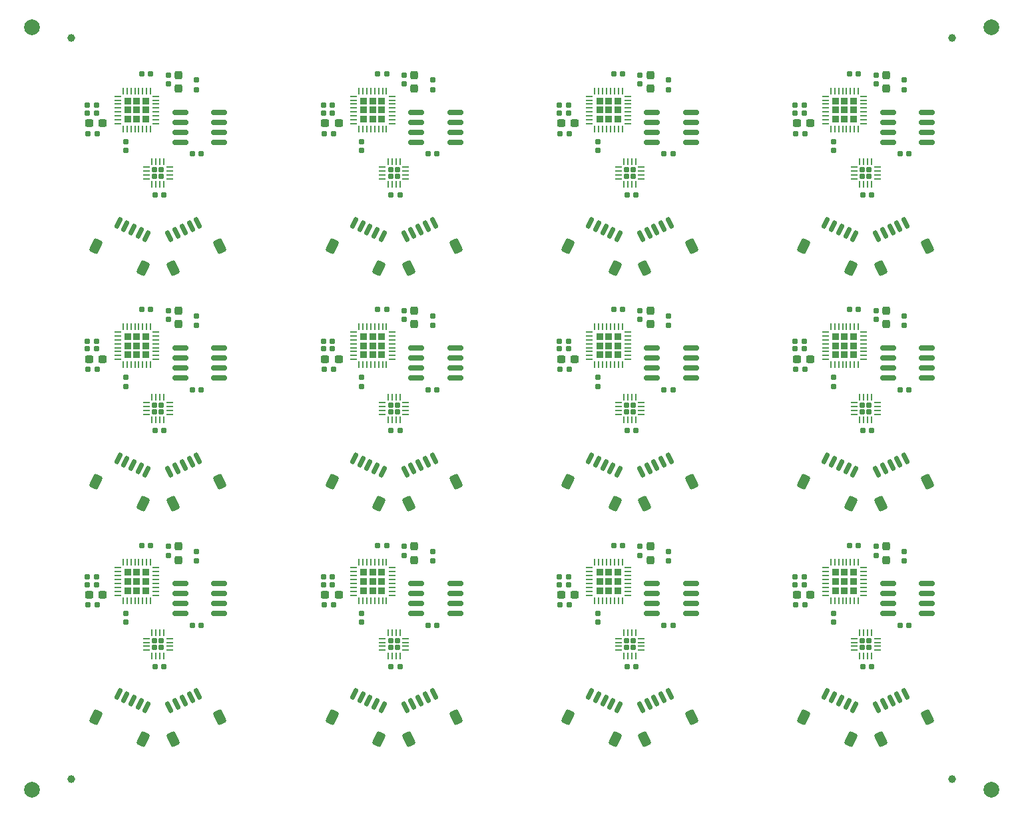
<source format=gtp>
G04 #@! TF.GenerationSoftware,KiCad,Pcbnew,9.0.1-9.0.1-0~ubuntu24.04.1*
G04 #@! TF.CreationDate,2025-04-05T17:55:53+02:00*
G04 #@! TF.ProjectId,panel,70616e65-6c2e-46b6-9963-61645f706362,rev?*
G04 #@! TF.SameCoordinates,Original*
G04 #@! TF.FileFunction,Paste,Top*
G04 #@! TF.FilePolarity,Positive*
%FSLAX46Y46*%
G04 Gerber Fmt 4.6, Leading zero omitted, Abs format (unit mm)*
G04 Created by KiCad (PCBNEW 9.0.1-9.0.1-0~ubuntu24.04.1) date 2025-04-05 17:55:53*
%MOMM*%
%LPD*%
G01*
G04 APERTURE LIST*
G04 Aperture macros list*
%AMRoundRect*
0 Rectangle with rounded corners*
0 $1 Rounding radius*
0 $2 $3 $4 $5 $6 $7 $8 $9 X,Y pos of 4 corners*
0 Add a 4 corners polygon primitive as box body*
4,1,4,$2,$3,$4,$5,$6,$7,$8,$9,$2,$3,0*
0 Add four circle primitives for the rounded corners*
1,1,$1+$1,$2,$3*
1,1,$1+$1,$4,$5*
1,1,$1+$1,$6,$7*
1,1,$1+$1,$8,$9*
0 Add four rect primitives between the rounded corners*
20,1,$1+$1,$2,$3,$4,$5,0*
20,1,$1+$1,$4,$5,$6,$7,0*
20,1,$1+$1,$6,$7,$8,$9,0*
20,1,$1+$1,$8,$9,$2,$3,0*%
G04 Aperture macros list end*
%ADD10C,1.000000*%
%ADD11RoundRect,0.155000X-0.155000X0.212500X-0.155000X-0.212500X0.155000X-0.212500X0.155000X0.212500X0*%
%ADD12C,2.000000*%
%ADD13RoundRect,0.155000X-0.212500X-0.155000X0.212500X-0.155000X0.212500X0.155000X-0.212500X0.155000X0*%
%ADD14RoundRect,0.150000X-0.400083X-0.503050X-0.128190X-0.629835X0.400083X0.503050X0.128190X0.629835X0*%
%ADD15RoundRect,0.250000X-0.591910X-0.441184X0.042506X-0.737016X0.591910X0.441184X-0.042506X0.737016X0*%
%ADD16RoundRect,0.160000X-0.160000X0.197500X-0.160000X-0.197500X0.160000X-0.197500X0.160000X0.197500X0*%
%ADD17RoundRect,0.160000X-0.197500X-0.160000X0.197500X-0.160000X0.197500X0.160000X-0.197500X0.160000X0*%
%ADD18RoundRect,0.150000X-0.825000X-0.150000X0.825000X-0.150000X0.825000X0.150000X-0.825000X0.150000X0*%
%ADD19RoundRect,0.237500X-0.237500X0.300000X-0.237500X-0.300000X0.237500X-0.300000X0.237500X0.300000X0*%
%ADD20RoundRect,0.237500X-0.300000X-0.237500X0.300000X-0.237500X0.300000X0.237500X-0.300000X0.237500X0*%
%ADD21RoundRect,0.172500X0.172500X0.172500X-0.172500X0.172500X-0.172500X-0.172500X0.172500X-0.172500X0*%
%ADD22RoundRect,0.062500X0.350000X0.062500X-0.350000X0.062500X-0.350000X-0.062500X0.350000X-0.062500X0*%
%ADD23RoundRect,0.062500X0.062500X0.350000X-0.062500X0.350000X-0.062500X-0.350000X0.062500X-0.350000X0*%
%ADD24RoundRect,0.232500X-0.232500X0.232500X-0.232500X-0.232500X0.232500X-0.232500X0.232500X0.232500X0*%
%ADD25RoundRect,0.062500X-0.062500X0.375000X-0.062500X-0.375000X0.062500X-0.375000X0.062500X0.375000X0*%
%ADD26RoundRect,0.062500X-0.375000X0.062500X-0.375000X-0.062500X0.375000X-0.062500X0.375000X0.062500X0*%
%ADD27RoundRect,0.150000X0.128190X-0.629835X0.400083X-0.503050X-0.128190X0.629835X-0.400083X0.503050X0*%
%ADD28RoundRect,0.250000X-0.042506X-0.737016X0.591910X-0.441184X0.042506X0.737016X-0.591910X0.441184X0*%
G04 APERTURE END LIST*
D10*
G04 #@! TO.C,KiKit_FID_T_1*
X10000000Y-3850000D03*
G04 #@! TD*
D11*
G04 #@! TO.C,C13*
X106895716Y-47031429D03*
X106895716Y-48166429D03*
G04 #@! TD*
D12*
G04 #@! TO.C,KiKit_TO_4*
X126995716Y-99497858D03*
G04 #@! TD*
D13*
G04 #@! TO.C,C2*
X48928216Y-38398929D03*
X50063216Y-38398929D03*
G04 #@! TD*
D11*
G04 #@! TO.C,C3*
X22295716Y-68531429D03*
X22295716Y-69666429D03*
G04 #@! TD*
D14*
G04 #@! TO.C,J6*
X105928337Y-27341077D03*
X106834645Y-27763695D03*
X107740953Y-28186313D03*
X108647260Y-28608932D03*
X109553568Y-29031550D03*
D15*
X103112491Y-30303616D03*
X109094122Y-33092896D03*
G04 #@! TD*
D16*
G04 #@! TO.C,R3*
X55895716Y-39201429D03*
X55895716Y-40396429D03*
G04 #@! TD*
D17*
G04 #@! TO.C,FB1*
X102098216Y-45998929D03*
X103293216Y-45998929D03*
G04 #@! TD*
D16*
G04 #@! TO.C,R3*
X115895716Y-69201429D03*
X115895716Y-70396429D03*
G04 #@! TD*
D13*
G04 #@! TO.C,C33*
X42028216Y-42398929D03*
X43163216Y-42398929D03*
G04 #@! TD*
D18*
G04 #@! TO.C,U3*
X23820716Y-13293929D03*
X23820716Y-14563929D03*
X23820716Y-15833929D03*
X23820716Y-17103929D03*
X28770716Y-17103929D03*
X28770716Y-15833929D03*
X28770716Y-14563929D03*
X28770716Y-13293929D03*
G04 #@! TD*
D19*
G04 #@! TO.C,C1*
X83595716Y-38536429D03*
X83595716Y-40261429D03*
G04 #@! TD*
D13*
G04 #@! TO.C,C7*
X50628216Y-53798929D03*
X51763216Y-53798929D03*
G04 #@! TD*
D20*
G04 #@! TO.C,C4*
X72233216Y-74698929D03*
X73958216Y-74698929D03*
G04 #@! TD*
D11*
G04 #@! TO.C,C13*
X16895716Y-47031429D03*
X16895716Y-48166429D03*
G04 #@! TD*
D13*
G04 #@! TO.C,C2*
X48928216Y-8398929D03*
X50063216Y-8398929D03*
G04 #@! TD*
G04 #@! TO.C,C2*
X18928216Y-8398929D03*
X20063216Y-8398929D03*
G04 #@! TD*
D11*
G04 #@! TO.C,C13*
X106895716Y-17031429D03*
X106895716Y-18166429D03*
G04 #@! TD*
G04 #@! TO.C,C13*
X46895716Y-17031429D03*
X46895716Y-18166429D03*
G04 #@! TD*
D13*
G04 #@! TO.C,C33*
X102028216Y-72398929D03*
X103163216Y-72398929D03*
G04 #@! TD*
G04 #@! TO.C,C10*
X25328216Y-48598929D03*
X26463216Y-48598929D03*
G04 #@! TD*
D14*
G04 #@! TO.C,J6*
X75928337Y-27341077D03*
X76834645Y-27763695D03*
X77740953Y-28186313D03*
X78647260Y-28608932D03*
X79553568Y-29031550D03*
D15*
X73112491Y-30303616D03*
X79094122Y-33092896D03*
G04 #@! TD*
D17*
G04 #@! TO.C,FB1*
X12098216Y-15998929D03*
X13293216Y-15998929D03*
G04 #@! TD*
D11*
G04 #@! TO.C,C13*
X16895716Y-77031429D03*
X16895716Y-78166429D03*
G04 #@! TD*
D16*
G04 #@! TO.C,R3*
X115895716Y-9201429D03*
X115895716Y-10396429D03*
G04 #@! TD*
D21*
G04 #@! TO.C,U2*
X51420716Y-21423929D03*
X51420716Y-20573929D03*
X50570716Y-21423929D03*
X50570716Y-20573929D03*
D22*
X52458216Y-21748929D03*
X52458216Y-21248929D03*
X52458216Y-20748929D03*
X52458216Y-20248929D03*
D23*
X51745716Y-19536429D03*
X51245716Y-19536429D03*
X50745716Y-19536429D03*
X50245716Y-19536429D03*
D22*
X49533216Y-20248929D03*
X49533216Y-20748929D03*
X49533216Y-21248929D03*
X49533216Y-21748929D03*
D23*
X50245716Y-22461429D03*
X50745716Y-22461429D03*
X51245716Y-22461429D03*
X51745716Y-22461429D03*
G04 #@! TD*
D11*
G04 #@! TO.C,C3*
X112295716Y-38531429D03*
X112295716Y-39666429D03*
G04 #@! TD*
D18*
G04 #@! TO.C,U3*
X113820716Y-73293929D03*
X113820716Y-74563929D03*
X113820716Y-75833929D03*
X113820716Y-77103929D03*
X118770716Y-77103929D03*
X118770716Y-75833929D03*
X118770716Y-74563929D03*
X118770716Y-73293929D03*
G04 #@! TD*
D13*
G04 #@! TO.C,C7*
X110628216Y-53798929D03*
X111763216Y-53798929D03*
G04 #@! TD*
D20*
G04 #@! TO.C,C4*
X102233216Y-44698929D03*
X103958216Y-44698929D03*
G04 #@! TD*
D18*
G04 #@! TO.C,U3*
X83820716Y-13293929D03*
X83820716Y-14563929D03*
X83820716Y-15833929D03*
X83820716Y-17103929D03*
X88770716Y-17103929D03*
X88770716Y-15833929D03*
X88770716Y-14563929D03*
X88770716Y-13293929D03*
G04 #@! TD*
D13*
G04 #@! TO.C,C5*
X102028216Y-73398929D03*
X103163216Y-73398929D03*
G04 #@! TD*
D24*
G04 #@! TO.C,U4*
X109445716Y-71848929D03*
X108295716Y-71848929D03*
X107145716Y-71848929D03*
X109445716Y-72998929D03*
X108295716Y-72998929D03*
X107145716Y-72998929D03*
X109445716Y-74148929D03*
X108295716Y-74148929D03*
X107145716Y-74148929D03*
D25*
X110045716Y-70561429D03*
X109545716Y-70561429D03*
X109045716Y-70561429D03*
X108545716Y-70561429D03*
X108045716Y-70561429D03*
X107545716Y-70561429D03*
X107045716Y-70561429D03*
X106545716Y-70561429D03*
D26*
X105858216Y-71248929D03*
X105858216Y-71748929D03*
X105858216Y-72248929D03*
X105858216Y-72748929D03*
X105858216Y-73248929D03*
X105858216Y-73748929D03*
X105858216Y-74248929D03*
X105858216Y-74748929D03*
D25*
X106545716Y-75436429D03*
X107045716Y-75436429D03*
X107545716Y-75436429D03*
X108045716Y-75436429D03*
X108545716Y-75436429D03*
X109045716Y-75436429D03*
X109545716Y-75436429D03*
X110045716Y-75436429D03*
D26*
X110733216Y-74748929D03*
X110733216Y-74248929D03*
X110733216Y-73748929D03*
X110733216Y-73248929D03*
X110733216Y-72748929D03*
X110733216Y-72248929D03*
X110733216Y-71748929D03*
X110733216Y-71248929D03*
G04 #@! TD*
D13*
G04 #@! TO.C,C33*
X12028216Y-72398929D03*
X13163216Y-72398929D03*
G04 #@! TD*
D14*
G04 #@! TO.C,J6*
X105928337Y-57341077D03*
X106834645Y-57763695D03*
X107740953Y-58186313D03*
X108647260Y-58608932D03*
X109553568Y-59031550D03*
D15*
X103112491Y-60303616D03*
X109094122Y-63092896D03*
G04 #@! TD*
D14*
G04 #@! TO.C,J6*
X15928337Y-57341077D03*
X16834645Y-57763695D03*
X17740953Y-58186313D03*
X18647260Y-58608932D03*
X19553568Y-59031550D03*
D15*
X13112491Y-60303616D03*
X19094122Y-63092896D03*
G04 #@! TD*
D13*
G04 #@! TO.C,C2*
X18928216Y-68398929D03*
X20063216Y-68398929D03*
G04 #@! TD*
D24*
G04 #@! TO.C,U4*
X19445716Y-11848929D03*
X18295716Y-11848929D03*
X17145716Y-11848929D03*
X19445716Y-12998929D03*
X18295716Y-12998929D03*
X17145716Y-12998929D03*
X19445716Y-14148929D03*
X18295716Y-14148929D03*
X17145716Y-14148929D03*
D25*
X20045716Y-10561429D03*
X19545716Y-10561429D03*
X19045716Y-10561429D03*
X18545716Y-10561429D03*
X18045716Y-10561429D03*
X17545716Y-10561429D03*
X17045716Y-10561429D03*
X16545716Y-10561429D03*
D26*
X15858216Y-11248929D03*
X15858216Y-11748929D03*
X15858216Y-12248929D03*
X15858216Y-12748929D03*
X15858216Y-13248929D03*
X15858216Y-13748929D03*
X15858216Y-14248929D03*
X15858216Y-14748929D03*
D25*
X16545716Y-15436429D03*
X17045716Y-15436429D03*
X17545716Y-15436429D03*
X18045716Y-15436429D03*
X18545716Y-15436429D03*
X19045716Y-15436429D03*
X19545716Y-15436429D03*
X20045716Y-15436429D03*
D26*
X20733216Y-14748929D03*
X20733216Y-14248929D03*
X20733216Y-13748929D03*
X20733216Y-13248929D03*
X20733216Y-12748929D03*
X20733216Y-12248929D03*
X20733216Y-11748929D03*
X20733216Y-11248929D03*
G04 #@! TD*
D18*
G04 #@! TO.C,U3*
X53820716Y-13293929D03*
X53820716Y-14563929D03*
X53820716Y-15833929D03*
X53820716Y-17103929D03*
X58770716Y-17103929D03*
X58770716Y-15833929D03*
X58770716Y-14563929D03*
X58770716Y-13293929D03*
G04 #@! TD*
D13*
G04 #@! TO.C,C7*
X20628216Y-83798929D03*
X21763216Y-83798929D03*
G04 #@! TD*
D11*
G04 #@! TO.C,C13*
X16895716Y-17031429D03*
X16895716Y-18166429D03*
G04 #@! TD*
D13*
G04 #@! TO.C,C2*
X108928216Y-8398929D03*
X110063216Y-8398929D03*
G04 #@! TD*
D19*
G04 #@! TO.C,C1*
X83595716Y-8536429D03*
X83595716Y-10261429D03*
G04 #@! TD*
D12*
G04 #@! TO.C,KiKit_TO_1*
X5000000Y-2500000D03*
G04 #@! TD*
D19*
G04 #@! TO.C,C1*
X23595716Y-68536429D03*
X23595716Y-70261429D03*
G04 #@! TD*
D13*
G04 #@! TO.C,C33*
X42028216Y-72398929D03*
X43163216Y-72398929D03*
G04 #@! TD*
D24*
G04 #@! TO.C,U4*
X19445716Y-41848929D03*
X18295716Y-41848929D03*
X17145716Y-41848929D03*
X19445716Y-42998929D03*
X18295716Y-42998929D03*
X17145716Y-42998929D03*
X19445716Y-44148929D03*
X18295716Y-44148929D03*
X17145716Y-44148929D03*
D25*
X20045716Y-40561429D03*
X19545716Y-40561429D03*
X19045716Y-40561429D03*
X18545716Y-40561429D03*
X18045716Y-40561429D03*
X17545716Y-40561429D03*
X17045716Y-40561429D03*
X16545716Y-40561429D03*
D26*
X15858216Y-41248929D03*
X15858216Y-41748929D03*
X15858216Y-42248929D03*
X15858216Y-42748929D03*
X15858216Y-43248929D03*
X15858216Y-43748929D03*
X15858216Y-44248929D03*
X15858216Y-44748929D03*
D25*
X16545716Y-45436429D03*
X17045716Y-45436429D03*
X17545716Y-45436429D03*
X18045716Y-45436429D03*
X18545716Y-45436429D03*
X19045716Y-45436429D03*
X19545716Y-45436429D03*
X20045716Y-45436429D03*
D26*
X20733216Y-44748929D03*
X20733216Y-44248929D03*
X20733216Y-43748929D03*
X20733216Y-43248929D03*
X20733216Y-42748929D03*
X20733216Y-42248929D03*
X20733216Y-41748929D03*
X20733216Y-41248929D03*
G04 #@! TD*
D24*
G04 #@! TO.C,U4*
X49445716Y-41848929D03*
X48295716Y-41848929D03*
X47145716Y-41848929D03*
X49445716Y-42998929D03*
X48295716Y-42998929D03*
X47145716Y-42998929D03*
X49445716Y-44148929D03*
X48295716Y-44148929D03*
X47145716Y-44148929D03*
D25*
X50045716Y-40561429D03*
X49545716Y-40561429D03*
X49045716Y-40561429D03*
X48545716Y-40561429D03*
X48045716Y-40561429D03*
X47545716Y-40561429D03*
X47045716Y-40561429D03*
X46545716Y-40561429D03*
D26*
X45858216Y-41248929D03*
X45858216Y-41748929D03*
X45858216Y-42248929D03*
X45858216Y-42748929D03*
X45858216Y-43248929D03*
X45858216Y-43748929D03*
X45858216Y-44248929D03*
X45858216Y-44748929D03*
D25*
X46545716Y-45436429D03*
X47045716Y-45436429D03*
X47545716Y-45436429D03*
X48045716Y-45436429D03*
X48545716Y-45436429D03*
X49045716Y-45436429D03*
X49545716Y-45436429D03*
X50045716Y-45436429D03*
D26*
X50733216Y-44748929D03*
X50733216Y-44248929D03*
X50733216Y-43748929D03*
X50733216Y-43248929D03*
X50733216Y-42748929D03*
X50733216Y-42248929D03*
X50733216Y-41748929D03*
X50733216Y-41248929D03*
G04 #@! TD*
D12*
G04 #@! TO.C,KiKit_TO_2*
X126995716Y-2500000D03*
G04 #@! TD*
D20*
G04 #@! TO.C,C4*
X12233216Y-14698929D03*
X13958216Y-14698929D03*
G04 #@! TD*
D27*
G04 #@! TO.C,J1*
X82437864Y-59031550D03*
X83344172Y-58608932D03*
X84250479Y-58186313D03*
X85156787Y-57763695D03*
X86063095Y-57341077D03*
D28*
X82897310Y-63092896D03*
X88878941Y-60303616D03*
G04 #@! TD*
D27*
G04 #@! TO.C,J1*
X82437864Y-89031550D03*
X83344172Y-88608932D03*
X84250479Y-88186313D03*
X85156787Y-87763695D03*
X86063095Y-87341077D03*
D28*
X82897310Y-93092896D03*
X88878941Y-90303616D03*
G04 #@! TD*
D13*
G04 #@! TO.C,C2*
X108928216Y-68398929D03*
X110063216Y-68398929D03*
G04 #@! TD*
D21*
G04 #@! TO.C,U2*
X81420716Y-51423929D03*
X81420716Y-50573929D03*
X80570716Y-51423929D03*
X80570716Y-50573929D03*
D22*
X82458216Y-51748929D03*
X82458216Y-51248929D03*
X82458216Y-50748929D03*
X82458216Y-50248929D03*
D23*
X81745716Y-49536429D03*
X81245716Y-49536429D03*
X80745716Y-49536429D03*
X80245716Y-49536429D03*
D22*
X79533216Y-50248929D03*
X79533216Y-50748929D03*
X79533216Y-51248929D03*
X79533216Y-51748929D03*
D23*
X80245716Y-52461429D03*
X80745716Y-52461429D03*
X81245716Y-52461429D03*
X81745716Y-52461429D03*
G04 #@! TD*
D18*
G04 #@! TO.C,U3*
X113820716Y-13293929D03*
X113820716Y-14563929D03*
X113820716Y-15833929D03*
X113820716Y-17103929D03*
X118770716Y-17103929D03*
X118770716Y-15833929D03*
X118770716Y-14563929D03*
X118770716Y-13293929D03*
G04 #@! TD*
G04 #@! TO.C,U3*
X53820716Y-73293929D03*
X53820716Y-74563929D03*
X53820716Y-75833929D03*
X53820716Y-77103929D03*
X58770716Y-77103929D03*
X58770716Y-75833929D03*
X58770716Y-74563929D03*
X58770716Y-73293929D03*
G04 #@! TD*
D14*
G04 #@! TO.C,J6*
X15928337Y-27341077D03*
X16834645Y-27763695D03*
X17740953Y-28186313D03*
X18647260Y-28608932D03*
X19553568Y-29031550D03*
D15*
X13112491Y-30303616D03*
X19094122Y-33092896D03*
G04 #@! TD*
D13*
G04 #@! TO.C,C7*
X110628216Y-23798929D03*
X111763216Y-23798929D03*
G04 #@! TD*
D16*
G04 #@! TO.C,R3*
X115895716Y-39201429D03*
X115895716Y-40396429D03*
G04 #@! TD*
D11*
G04 #@! TO.C,C3*
X82295716Y-38531429D03*
X82295716Y-39666429D03*
G04 #@! TD*
D13*
G04 #@! TO.C,C7*
X20628216Y-53798929D03*
X21763216Y-53798929D03*
G04 #@! TD*
D11*
G04 #@! TO.C,C3*
X52295716Y-68531429D03*
X52295716Y-69666429D03*
G04 #@! TD*
D20*
G04 #@! TO.C,C4*
X12233216Y-74698929D03*
X13958216Y-74698929D03*
G04 #@! TD*
G04 #@! TO.C,C4*
X42233216Y-44698929D03*
X43958216Y-44698929D03*
G04 #@! TD*
D16*
G04 #@! TO.C,R3*
X55895716Y-9201429D03*
X55895716Y-10396429D03*
G04 #@! TD*
D13*
G04 #@! TO.C,C5*
X42028216Y-43398929D03*
X43163216Y-43398929D03*
G04 #@! TD*
D14*
G04 #@! TO.C,J6*
X45928337Y-87341077D03*
X46834645Y-87763695D03*
X47740953Y-88186313D03*
X48647260Y-88608932D03*
X49553568Y-89031550D03*
D15*
X43112491Y-90303616D03*
X49094122Y-93092896D03*
G04 #@! TD*
D21*
G04 #@! TO.C,U2*
X21420716Y-51423929D03*
X21420716Y-50573929D03*
X20570716Y-51423929D03*
X20570716Y-50573929D03*
D22*
X22458216Y-51748929D03*
X22458216Y-51248929D03*
X22458216Y-50748929D03*
X22458216Y-50248929D03*
D23*
X21745716Y-49536429D03*
X21245716Y-49536429D03*
X20745716Y-49536429D03*
X20245716Y-49536429D03*
D22*
X19533216Y-50248929D03*
X19533216Y-50748929D03*
X19533216Y-51248929D03*
X19533216Y-51748929D03*
D23*
X20245716Y-52461429D03*
X20745716Y-52461429D03*
X21245716Y-52461429D03*
X21745716Y-52461429D03*
G04 #@! TD*
D27*
G04 #@! TO.C,J1*
X52437864Y-59031550D03*
X53344172Y-58608932D03*
X54250479Y-58186313D03*
X55156787Y-57763695D03*
X56063095Y-57341077D03*
D28*
X52897310Y-63092896D03*
X58878941Y-60303616D03*
G04 #@! TD*
D13*
G04 #@! TO.C,C5*
X102028216Y-43398929D03*
X103163216Y-43398929D03*
G04 #@! TD*
G04 #@! TO.C,C7*
X80628216Y-53798929D03*
X81763216Y-53798929D03*
G04 #@! TD*
D11*
G04 #@! TO.C,C13*
X76895716Y-47031429D03*
X76895716Y-48166429D03*
G04 #@! TD*
G04 #@! TO.C,C13*
X106895716Y-77031429D03*
X106895716Y-78166429D03*
G04 #@! TD*
D13*
G04 #@! TO.C,C33*
X12028216Y-42398929D03*
X13163216Y-42398929D03*
G04 #@! TD*
D18*
G04 #@! TO.C,U3*
X113820716Y-43293929D03*
X113820716Y-44563929D03*
X113820716Y-45833929D03*
X113820716Y-47103929D03*
X118770716Y-47103929D03*
X118770716Y-45833929D03*
X118770716Y-44563929D03*
X118770716Y-43293929D03*
G04 #@! TD*
D27*
G04 #@! TO.C,J1*
X52437864Y-89031550D03*
X53344172Y-88608932D03*
X54250479Y-88186313D03*
X55156787Y-87763695D03*
X56063095Y-87341077D03*
D28*
X52897310Y-93092896D03*
X58878941Y-90303616D03*
G04 #@! TD*
D13*
G04 #@! TO.C,C7*
X50628216Y-83798929D03*
X51763216Y-83798929D03*
G04 #@! TD*
D27*
G04 #@! TO.C,J1*
X22437864Y-29031550D03*
X23344172Y-28608932D03*
X24250479Y-28186313D03*
X25156787Y-27763695D03*
X26063095Y-27341077D03*
D28*
X22897310Y-33092896D03*
X28878941Y-30303616D03*
G04 #@! TD*
D14*
G04 #@! TO.C,J6*
X45928337Y-57341077D03*
X46834645Y-57763695D03*
X47740953Y-58186313D03*
X48647260Y-58608932D03*
X49553568Y-59031550D03*
D15*
X43112491Y-60303616D03*
X49094122Y-63092896D03*
G04 #@! TD*
D11*
G04 #@! TO.C,C3*
X52295716Y-38531429D03*
X52295716Y-39666429D03*
G04 #@! TD*
D24*
G04 #@! TO.C,U4*
X109445716Y-11848929D03*
X108295716Y-11848929D03*
X107145716Y-11848929D03*
X109445716Y-12998929D03*
X108295716Y-12998929D03*
X107145716Y-12998929D03*
X109445716Y-14148929D03*
X108295716Y-14148929D03*
X107145716Y-14148929D03*
D25*
X110045716Y-10561429D03*
X109545716Y-10561429D03*
X109045716Y-10561429D03*
X108545716Y-10561429D03*
X108045716Y-10561429D03*
X107545716Y-10561429D03*
X107045716Y-10561429D03*
X106545716Y-10561429D03*
D26*
X105858216Y-11248929D03*
X105858216Y-11748929D03*
X105858216Y-12248929D03*
X105858216Y-12748929D03*
X105858216Y-13248929D03*
X105858216Y-13748929D03*
X105858216Y-14248929D03*
X105858216Y-14748929D03*
D25*
X106545716Y-15436429D03*
X107045716Y-15436429D03*
X107545716Y-15436429D03*
X108045716Y-15436429D03*
X108545716Y-15436429D03*
X109045716Y-15436429D03*
X109545716Y-15436429D03*
X110045716Y-15436429D03*
D26*
X110733216Y-14748929D03*
X110733216Y-14248929D03*
X110733216Y-13748929D03*
X110733216Y-13248929D03*
X110733216Y-12748929D03*
X110733216Y-12248929D03*
X110733216Y-11748929D03*
X110733216Y-11248929D03*
G04 #@! TD*
D19*
G04 #@! TO.C,C1*
X83595716Y-68536429D03*
X83595716Y-70261429D03*
G04 #@! TD*
D13*
G04 #@! TO.C,C10*
X55328216Y-78598929D03*
X56463216Y-78598929D03*
G04 #@! TD*
G04 #@! TO.C,C5*
X102028216Y-13398929D03*
X103163216Y-13398929D03*
G04 #@! TD*
D17*
G04 #@! TO.C,FB1*
X42098216Y-15998929D03*
X43293216Y-15998929D03*
G04 #@! TD*
D13*
G04 #@! TO.C,C7*
X20628216Y-23798929D03*
X21763216Y-23798929D03*
G04 #@! TD*
D11*
G04 #@! TO.C,C3*
X52295716Y-8531429D03*
X52295716Y-9666429D03*
G04 #@! TD*
D16*
G04 #@! TO.C,R3*
X85895716Y-39201429D03*
X85895716Y-40396429D03*
G04 #@! TD*
D13*
G04 #@! TO.C,C5*
X12028216Y-73398929D03*
X13163216Y-73398929D03*
G04 #@! TD*
G04 #@! TO.C,C33*
X72028216Y-12398929D03*
X73163216Y-12398929D03*
G04 #@! TD*
D27*
G04 #@! TO.C,J1*
X22437864Y-89031550D03*
X23344172Y-88608932D03*
X24250479Y-88186313D03*
X25156787Y-87763695D03*
X26063095Y-87341077D03*
D28*
X22897310Y-93092896D03*
X28878941Y-90303616D03*
G04 #@! TD*
D16*
G04 #@! TO.C,R3*
X25895716Y-39201429D03*
X25895716Y-40396429D03*
G04 #@! TD*
D19*
G04 #@! TO.C,C1*
X53595716Y-68536429D03*
X53595716Y-70261429D03*
G04 #@! TD*
D13*
G04 #@! TO.C,C33*
X12028216Y-12398929D03*
X13163216Y-12398929D03*
G04 #@! TD*
D16*
G04 #@! TO.C,R3*
X85895716Y-9201429D03*
X85895716Y-10396429D03*
G04 #@! TD*
D17*
G04 #@! TO.C,FB1*
X102098216Y-75998929D03*
X103293216Y-75998929D03*
G04 #@! TD*
D13*
G04 #@! TO.C,C33*
X72028216Y-42398929D03*
X73163216Y-42398929D03*
G04 #@! TD*
D24*
G04 #@! TO.C,U4*
X79445716Y-11848929D03*
X78295716Y-11848929D03*
X77145716Y-11848929D03*
X79445716Y-12998929D03*
X78295716Y-12998929D03*
X77145716Y-12998929D03*
X79445716Y-14148929D03*
X78295716Y-14148929D03*
X77145716Y-14148929D03*
D25*
X80045716Y-10561429D03*
X79545716Y-10561429D03*
X79045716Y-10561429D03*
X78545716Y-10561429D03*
X78045716Y-10561429D03*
X77545716Y-10561429D03*
X77045716Y-10561429D03*
X76545716Y-10561429D03*
D26*
X75858216Y-11248929D03*
X75858216Y-11748929D03*
X75858216Y-12248929D03*
X75858216Y-12748929D03*
X75858216Y-13248929D03*
X75858216Y-13748929D03*
X75858216Y-14248929D03*
X75858216Y-14748929D03*
D25*
X76545716Y-15436429D03*
X77045716Y-15436429D03*
X77545716Y-15436429D03*
X78045716Y-15436429D03*
X78545716Y-15436429D03*
X79045716Y-15436429D03*
X79545716Y-15436429D03*
X80045716Y-15436429D03*
D26*
X80733216Y-14748929D03*
X80733216Y-14248929D03*
X80733216Y-13748929D03*
X80733216Y-13248929D03*
X80733216Y-12748929D03*
X80733216Y-12248929D03*
X80733216Y-11748929D03*
X80733216Y-11248929D03*
G04 #@! TD*
D13*
G04 #@! TO.C,C10*
X25328216Y-18598929D03*
X26463216Y-18598929D03*
G04 #@! TD*
G04 #@! TO.C,C5*
X12028216Y-43398929D03*
X13163216Y-43398929D03*
G04 #@! TD*
D11*
G04 #@! TO.C,C13*
X46895716Y-47031429D03*
X46895716Y-48166429D03*
G04 #@! TD*
D14*
G04 #@! TO.C,J6*
X75928337Y-57341077D03*
X76834645Y-57763695D03*
X77740953Y-58186313D03*
X78647260Y-58608932D03*
X79553568Y-59031550D03*
D15*
X73112491Y-60303616D03*
X79094122Y-63092896D03*
G04 #@! TD*
D10*
G04 #@! TO.C,KiKit_FID_T_4*
X121995716Y-98147858D03*
G04 #@! TD*
D27*
G04 #@! TO.C,J1*
X82437864Y-29031550D03*
X83344172Y-28608932D03*
X84250479Y-28186313D03*
X85156787Y-27763695D03*
X86063095Y-27341077D03*
D28*
X82897310Y-33092896D03*
X88878941Y-30303616D03*
G04 #@! TD*
D11*
G04 #@! TO.C,C13*
X76895716Y-17031429D03*
X76895716Y-18166429D03*
G04 #@! TD*
D19*
G04 #@! TO.C,C1*
X113595716Y-38536429D03*
X113595716Y-40261429D03*
G04 #@! TD*
D11*
G04 #@! TO.C,C3*
X112295716Y-68531429D03*
X112295716Y-69666429D03*
G04 #@! TD*
D10*
G04 #@! TO.C,KiKit_FID_T_3*
X10000000Y-98147858D03*
G04 #@! TD*
D27*
G04 #@! TO.C,J1*
X112437864Y-59031550D03*
X113344172Y-58608932D03*
X114250479Y-58186313D03*
X115156787Y-57763695D03*
X116063095Y-57341077D03*
D28*
X112897310Y-63092896D03*
X118878941Y-60303616D03*
G04 #@! TD*
D13*
G04 #@! TO.C,C5*
X42028216Y-73398929D03*
X43163216Y-73398929D03*
G04 #@! TD*
G04 #@! TO.C,C33*
X72028216Y-72398929D03*
X73163216Y-72398929D03*
G04 #@! TD*
D27*
G04 #@! TO.C,J1*
X112437864Y-89031550D03*
X113344172Y-88608932D03*
X114250479Y-88186313D03*
X115156787Y-87763695D03*
X116063095Y-87341077D03*
D28*
X112897310Y-93092896D03*
X118878941Y-90303616D03*
G04 #@! TD*
D13*
G04 #@! TO.C,C2*
X78928216Y-38398929D03*
X80063216Y-38398929D03*
G04 #@! TD*
D18*
G04 #@! TO.C,U3*
X83820716Y-43293929D03*
X83820716Y-44563929D03*
X83820716Y-45833929D03*
X83820716Y-47103929D03*
X88770716Y-47103929D03*
X88770716Y-45833929D03*
X88770716Y-44563929D03*
X88770716Y-43293929D03*
G04 #@! TD*
D13*
G04 #@! TO.C,C10*
X115328216Y-18598929D03*
X116463216Y-18598929D03*
G04 #@! TD*
D14*
G04 #@! TO.C,J6*
X45928337Y-27341077D03*
X46834645Y-27763695D03*
X47740953Y-28186313D03*
X48647260Y-28608932D03*
X49553568Y-29031550D03*
D15*
X43112491Y-30303616D03*
X49094122Y-33092896D03*
G04 #@! TD*
D13*
G04 #@! TO.C,C7*
X80628216Y-23798929D03*
X81763216Y-23798929D03*
G04 #@! TD*
D19*
G04 #@! TO.C,C1*
X53595716Y-8536429D03*
X53595716Y-10261429D03*
G04 #@! TD*
D13*
G04 #@! TO.C,C2*
X78928216Y-8398929D03*
X80063216Y-8398929D03*
G04 #@! TD*
G04 #@! TO.C,C2*
X78928216Y-68398929D03*
X80063216Y-68398929D03*
G04 #@! TD*
D27*
G04 #@! TO.C,J1*
X52437864Y-29031550D03*
X53344172Y-28608932D03*
X54250479Y-28186313D03*
X55156787Y-27763695D03*
X56063095Y-27341077D03*
D28*
X52897310Y-33092896D03*
X58878941Y-30303616D03*
G04 #@! TD*
D20*
G04 #@! TO.C,C4*
X42233216Y-74698929D03*
X43958216Y-74698929D03*
G04 #@! TD*
D13*
G04 #@! TO.C,C5*
X12028216Y-13398929D03*
X13163216Y-13398929D03*
G04 #@! TD*
D27*
G04 #@! TO.C,J1*
X22437864Y-59031550D03*
X23344172Y-58608932D03*
X24250479Y-58186313D03*
X25156787Y-57763695D03*
X26063095Y-57341077D03*
D28*
X22897310Y-63092896D03*
X28878941Y-60303616D03*
G04 #@! TD*
D13*
G04 #@! TO.C,C5*
X72028216Y-43398929D03*
X73163216Y-43398929D03*
G04 #@! TD*
G04 #@! TO.C,C2*
X18928216Y-38398929D03*
X20063216Y-38398929D03*
G04 #@! TD*
G04 #@! TO.C,C33*
X42028216Y-12398929D03*
X43163216Y-12398929D03*
G04 #@! TD*
D21*
G04 #@! TO.C,U2*
X111420716Y-21423929D03*
X111420716Y-20573929D03*
X110570716Y-21423929D03*
X110570716Y-20573929D03*
D22*
X112458216Y-21748929D03*
X112458216Y-21248929D03*
X112458216Y-20748929D03*
X112458216Y-20248929D03*
D23*
X111745716Y-19536429D03*
X111245716Y-19536429D03*
X110745716Y-19536429D03*
X110245716Y-19536429D03*
D22*
X109533216Y-20248929D03*
X109533216Y-20748929D03*
X109533216Y-21248929D03*
X109533216Y-21748929D03*
D23*
X110245716Y-22461429D03*
X110745716Y-22461429D03*
X111245716Y-22461429D03*
X111745716Y-22461429D03*
G04 #@! TD*
D20*
G04 #@! TO.C,C4*
X102233216Y-74698929D03*
X103958216Y-74698929D03*
G04 #@! TD*
D18*
G04 #@! TO.C,U3*
X23820716Y-43293929D03*
X23820716Y-44563929D03*
X23820716Y-45833929D03*
X23820716Y-47103929D03*
X28770716Y-47103929D03*
X28770716Y-45833929D03*
X28770716Y-44563929D03*
X28770716Y-43293929D03*
G04 #@! TD*
D21*
G04 #@! TO.C,U2*
X111420716Y-81423929D03*
X111420716Y-80573929D03*
X110570716Y-81423929D03*
X110570716Y-80573929D03*
D22*
X112458216Y-81748929D03*
X112458216Y-81248929D03*
X112458216Y-80748929D03*
X112458216Y-80248929D03*
D23*
X111745716Y-79536429D03*
X111245716Y-79536429D03*
X110745716Y-79536429D03*
X110245716Y-79536429D03*
D22*
X109533216Y-80248929D03*
X109533216Y-80748929D03*
X109533216Y-81248929D03*
X109533216Y-81748929D03*
D23*
X110245716Y-82461429D03*
X110745716Y-82461429D03*
X111245716Y-82461429D03*
X111745716Y-82461429D03*
G04 #@! TD*
D13*
G04 #@! TO.C,C7*
X80628216Y-83798929D03*
X81763216Y-83798929D03*
G04 #@! TD*
D19*
G04 #@! TO.C,C1*
X113595716Y-8536429D03*
X113595716Y-10261429D03*
G04 #@! TD*
D18*
G04 #@! TO.C,U3*
X83820716Y-73293929D03*
X83820716Y-74563929D03*
X83820716Y-75833929D03*
X83820716Y-77103929D03*
X88770716Y-77103929D03*
X88770716Y-75833929D03*
X88770716Y-74563929D03*
X88770716Y-73293929D03*
G04 #@! TD*
D11*
G04 #@! TO.C,C3*
X22295716Y-8531429D03*
X22295716Y-9666429D03*
G04 #@! TD*
D21*
G04 #@! TO.C,U2*
X21420716Y-21423929D03*
X21420716Y-20573929D03*
X20570716Y-21423929D03*
X20570716Y-20573929D03*
D22*
X22458216Y-21748929D03*
X22458216Y-21248929D03*
X22458216Y-20748929D03*
X22458216Y-20248929D03*
D23*
X21745716Y-19536429D03*
X21245716Y-19536429D03*
X20745716Y-19536429D03*
X20245716Y-19536429D03*
D22*
X19533216Y-20248929D03*
X19533216Y-20748929D03*
X19533216Y-21248929D03*
X19533216Y-21748929D03*
D23*
X20245716Y-22461429D03*
X20745716Y-22461429D03*
X21245716Y-22461429D03*
X21745716Y-22461429D03*
G04 #@! TD*
D13*
G04 #@! TO.C,C33*
X102028216Y-12398929D03*
X103163216Y-12398929D03*
G04 #@! TD*
D16*
G04 #@! TO.C,R3*
X25895716Y-69201429D03*
X25895716Y-70396429D03*
G04 #@! TD*
D14*
G04 #@! TO.C,J6*
X15928337Y-87341077D03*
X16834645Y-87763695D03*
X17740953Y-88186313D03*
X18647260Y-88608932D03*
X19553568Y-89031550D03*
D15*
X13112491Y-90303616D03*
X19094122Y-93092896D03*
G04 #@! TD*
D27*
G04 #@! TO.C,J1*
X112437864Y-29031550D03*
X113344172Y-28608932D03*
X114250479Y-28186313D03*
X115156787Y-27763695D03*
X116063095Y-27341077D03*
D28*
X112897310Y-33092896D03*
X118878941Y-30303616D03*
G04 #@! TD*
D24*
G04 #@! TO.C,U4*
X19445716Y-71848929D03*
X18295716Y-71848929D03*
X17145716Y-71848929D03*
X19445716Y-72998929D03*
X18295716Y-72998929D03*
X17145716Y-72998929D03*
X19445716Y-74148929D03*
X18295716Y-74148929D03*
X17145716Y-74148929D03*
D25*
X20045716Y-70561429D03*
X19545716Y-70561429D03*
X19045716Y-70561429D03*
X18545716Y-70561429D03*
X18045716Y-70561429D03*
X17545716Y-70561429D03*
X17045716Y-70561429D03*
X16545716Y-70561429D03*
D26*
X15858216Y-71248929D03*
X15858216Y-71748929D03*
X15858216Y-72248929D03*
X15858216Y-72748929D03*
X15858216Y-73248929D03*
X15858216Y-73748929D03*
X15858216Y-74248929D03*
X15858216Y-74748929D03*
D25*
X16545716Y-75436429D03*
X17045716Y-75436429D03*
X17545716Y-75436429D03*
X18045716Y-75436429D03*
X18545716Y-75436429D03*
X19045716Y-75436429D03*
X19545716Y-75436429D03*
X20045716Y-75436429D03*
D26*
X20733216Y-74748929D03*
X20733216Y-74248929D03*
X20733216Y-73748929D03*
X20733216Y-73248929D03*
X20733216Y-72748929D03*
X20733216Y-72248929D03*
X20733216Y-71748929D03*
X20733216Y-71248929D03*
G04 #@! TD*
D17*
G04 #@! TO.C,FB1*
X42098216Y-75998929D03*
X43293216Y-75998929D03*
G04 #@! TD*
D11*
G04 #@! TO.C,C3*
X112295716Y-8531429D03*
X112295716Y-9666429D03*
G04 #@! TD*
D24*
G04 #@! TO.C,U4*
X49445716Y-11848929D03*
X48295716Y-11848929D03*
X47145716Y-11848929D03*
X49445716Y-12998929D03*
X48295716Y-12998929D03*
X47145716Y-12998929D03*
X49445716Y-14148929D03*
X48295716Y-14148929D03*
X47145716Y-14148929D03*
D25*
X50045716Y-10561429D03*
X49545716Y-10561429D03*
X49045716Y-10561429D03*
X48545716Y-10561429D03*
X48045716Y-10561429D03*
X47545716Y-10561429D03*
X47045716Y-10561429D03*
X46545716Y-10561429D03*
D26*
X45858216Y-11248929D03*
X45858216Y-11748929D03*
X45858216Y-12248929D03*
X45858216Y-12748929D03*
X45858216Y-13248929D03*
X45858216Y-13748929D03*
X45858216Y-14248929D03*
X45858216Y-14748929D03*
D25*
X46545716Y-15436429D03*
X47045716Y-15436429D03*
X47545716Y-15436429D03*
X48045716Y-15436429D03*
X48545716Y-15436429D03*
X49045716Y-15436429D03*
X49545716Y-15436429D03*
X50045716Y-15436429D03*
D26*
X50733216Y-14748929D03*
X50733216Y-14248929D03*
X50733216Y-13748929D03*
X50733216Y-13248929D03*
X50733216Y-12748929D03*
X50733216Y-12248929D03*
X50733216Y-11748929D03*
X50733216Y-11248929D03*
G04 #@! TD*
D13*
G04 #@! TO.C,C5*
X72028216Y-73398929D03*
X73163216Y-73398929D03*
G04 #@! TD*
D20*
G04 #@! TO.C,C4*
X12233216Y-44698929D03*
X13958216Y-44698929D03*
G04 #@! TD*
D13*
G04 #@! TO.C,C10*
X55328216Y-18598929D03*
X56463216Y-18598929D03*
G04 #@! TD*
D11*
G04 #@! TO.C,C3*
X22295716Y-38531429D03*
X22295716Y-39666429D03*
G04 #@! TD*
D14*
G04 #@! TO.C,J6*
X105928337Y-87341077D03*
X106834645Y-87763695D03*
X107740953Y-88186313D03*
X108647260Y-88608932D03*
X109553568Y-89031550D03*
D15*
X103112491Y-90303616D03*
X109094122Y-93092896D03*
G04 #@! TD*
D21*
G04 #@! TO.C,U2*
X21420716Y-81423929D03*
X21420716Y-80573929D03*
X20570716Y-81423929D03*
X20570716Y-80573929D03*
D22*
X22458216Y-81748929D03*
X22458216Y-81248929D03*
X22458216Y-80748929D03*
X22458216Y-80248929D03*
D23*
X21745716Y-79536429D03*
X21245716Y-79536429D03*
X20745716Y-79536429D03*
X20245716Y-79536429D03*
D22*
X19533216Y-80248929D03*
X19533216Y-80748929D03*
X19533216Y-81248929D03*
X19533216Y-81748929D03*
D23*
X20245716Y-82461429D03*
X20745716Y-82461429D03*
X21245716Y-82461429D03*
X21745716Y-82461429D03*
G04 #@! TD*
D19*
G04 #@! TO.C,C1*
X113595716Y-68536429D03*
X113595716Y-70261429D03*
G04 #@! TD*
G04 #@! TO.C,C1*
X53595716Y-38536429D03*
X53595716Y-40261429D03*
G04 #@! TD*
D21*
G04 #@! TO.C,U2*
X51420716Y-51423929D03*
X51420716Y-50573929D03*
X50570716Y-51423929D03*
X50570716Y-50573929D03*
D22*
X52458216Y-51748929D03*
X52458216Y-51248929D03*
X52458216Y-50748929D03*
X52458216Y-50248929D03*
D23*
X51745716Y-49536429D03*
X51245716Y-49536429D03*
X50745716Y-49536429D03*
X50245716Y-49536429D03*
D22*
X49533216Y-50248929D03*
X49533216Y-50748929D03*
X49533216Y-51248929D03*
X49533216Y-51748929D03*
D23*
X50245716Y-52461429D03*
X50745716Y-52461429D03*
X51245716Y-52461429D03*
X51745716Y-52461429D03*
G04 #@! TD*
D21*
G04 #@! TO.C,U2*
X51420716Y-81423929D03*
X51420716Y-80573929D03*
X50570716Y-81423929D03*
X50570716Y-80573929D03*
D22*
X52458216Y-81748929D03*
X52458216Y-81248929D03*
X52458216Y-80748929D03*
X52458216Y-80248929D03*
D23*
X51745716Y-79536429D03*
X51245716Y-79536429D03*
X50745716Y-79536429D03*
X50245716Y-79536429D03*
D22*
X49533216Y-80248929D03*
X49533216Y-80748929D03*
X49533216Y-81248929D03*
X49533216Y-81748929D03*
D23*
X50245716Y-82461429D03*
X50745716Y-82461429D03*
X51245716Y-82461429D03*
X51745716Y-82461429D03*
G04 #@! TD*
D13*
G04 #@! TO.C,C33*
X102028216Y-42398929D03*
X103163216Y-42398929D03*
G04 #@! TD*
D21*
G04 #@! TO.C,U2*
X81420716Y-21423929D03*
X81420716Y-20573929D03*
X80570716Y-21423929D03*
X80570716Y-20573929D03*
D22*
X82458216Y-21748929D03*
X82458216Y-21248929D03*
X82458216Y-20748929D03*
X82458216Y-20248929D03*
D23*
X81745716Y-19536429D03*
X81245716Y-19536429D03*
X80745716Y-19536429D03*
X80245716Y-19536429D03*
D22*
X79533216Y-20248929D03*
X79533216Y-20748929D03*
X79533216Y-21248929D03*
X79533216Y-21748929D03*
D23*
X80245716Y-22461429D03*
X80745716Y-22461429D03*
X81245716Y-22461429D03*
X81745716Y-22461429D03*
G04 #@! TD*
D13*
G04 #@! TO.C,C7*
X110628216Y-83798929D03*
X111763216Y-83798929D03*
G04 #@! TD*
G04 #@! TO.C,C10*
X85328216Y-48598929D03*
X86463216Y-48598929D03*
G04 #@! TD*
G04 #@! TO.C,C10*
X115328216Y-48598929D03*
X116463216Y-48598929D03*
G04 #@! TD*
D18*
G04 #@! TO.C,U3*
X23820716Y-73293929D03*
X23820716Y-74563929D03*
X23820716Y-75833929D03*
X23820716Y-77103929D03*
X28770716Y-77103929D03*
X28770716Y-75833929D03*
X28770716Y-74563929D03*
X28770716Y-73293929D03*
G04 #@! TD*
D19*
G04 #@! TO.C,C1*
X23595716Y-38536429D03*
X23595716Y-40261429D03*
G04 #@! TD*
D18*
G04 #@! TO.C,U3*
X53820716Y-43293929D03*
X53820716Y-44563929D03*
X53820716Y-45833929D03*
X53820716Y-47103929D03*
X58770716Y-47103929D03*
X58770716Y-45833929D03*
X58770716Y-44563929D03*
X58770716Y-43293929D03*
G04 #@! TD*
D13*
G04 #@! TO.C,C10*
X85328216Y-18598929D03*
X86463216Y-18598929D03*
G04 #@! TD*
G04 #@! TO.C,C10*
X25328216Y-78598929D03*
X26463216Y-78598929D03*
G04 #@! TD*
D17*
G04 #@! TO.C,FB1*
X72098216Y-75998929D03*
X73293216Y-75998929D03*
G04 #@! TD*
D24*
G04 #@! TO.C,U4*
X109445716Y-41848929D03*
X108295716Y-41848929D03*
X107145716Y-41848929D03*
X109445716Y-42998929D03*
X108295716Y-42998929D03*
X107145716Y-42998929D03*
X109445716Y-44148929D03*
X108295716Y-44148929D03*
X107145716Y-44148929D03*
D25*
X110045716Y-40561429D03*
X109545716Y-40561429D03*
X109045716Y-40561429D03*
X108545716Y-40561429D03*
X108045716Y-40561429D03*
X107545716Y-40561429D03*
X107045716Y-40561429D03*
X106545716Y-40561429D03*
D26*
X105858216Y-41248929D03*
X105858216Y-41748929D03*
X105858216Y-42248929D03*
X105858216Y-42748929D03*
X105858216Y-43248929D03*
X105858216Y-43748929D03*
X105858216Y-44248929D03*
X105858216Y-44748929D03*
D25*
X106545716Y-45436429D03*
X107045716Y-45436429D03*
X107545716Y-45436429D03*
X108045716Y-45436429D03*
X108545716Y-45436429D03*
X109045716Y-45436429D03*
X109545716Y-45436429D03*
X110045716Y-45436429D03*
D26*
X110733216Y-44748929D03*
X110733216Y-44248929D03*
X110733216Y-43748929D03*
X110733216Y-43248929D03*
X110733216Y-42748929D03*
X110733216Y-42248929D03*
X110733216Y-41748929D03*
X110733216Y-41248929D03*
G04 #@! TD*
D13*
G04 #@! TO.C,C2*
X108928216Y-38398929D03*
X110063216Y-38398929D03*
G04 #@! TD*
D20*
G04 #@! TO.C,C4*
X42233216Y-14698929D03*
X43958216Y-14698929D03*
G04 #@! TD*
D10*
G04 #@! TO.C,KiKit_FID_T_2*
X121995716Y-3850000D03*
G04 #@! TD*
D11*
G04 #@! TO.C,C3*
X82295716Y-68531429D03*
X82295716Y-69666429D03*
G04 #@! TD*
D20*
G04 #@! TO.C,C4*
X72233216Y-44698929D03*
X73958216Y-44698929D03*
G04 #@! TD*
D11*
G04 #@! TO.C,C13*
X46895716Y-77031429D03*
X46895716Y-78166429D03*
G04 #@! TD*
D16*
G04 #@! TO.C,R3*
X25895716Y-9201429D03*
X25895716Y-10396429D03*
G04 #@! TD*
G04 #@! TO.C,R3*
X85895716Y-69201429D03*
X85895716Y-70396429D03*
G04 #@! TD*
D11*
G04 #@! TO.C,C13*
X76895716Y-77031429D03*
X76895716Y-78166429D03*
G04 #@! TD*
D17*
G04 #@! TO.C,FB1*
X12098216Y-45998929D03*
X13293216Y-45998929D03*
G04 #@! TD*
D13*
G04 #@! TO.C,C5*
X72028216Y-13398929D03*
X73163216Y-13398929D03*
G04 #@! TD*
D17*
G04 #@! TO.C,FB1*
X12098216Y-75998929D03*
X13293216Y-75998929D03*
G04 #@! TD*
D13*
G04 #@! TO.C,C10*
X55328216Y-48598929D03*
X56463216Y-48598929D03*
G04 #@! TD*
D11*
G04 #@! TO.C,C3*
X82295716Y-8531429D03*
X82295716Y-9666429D03*
G04 #@! TD*
D19*
G04 #@! TO.C,C1*
X23595716Y-8536429D03*
X23595716Y-10261429D03*
G04 #@! TD*
D20*
G04 #@! TO.C,C4*
X102233216Y-14698929D03*
X103958216Y-14698929D03*
G04 #@! TD*
D17*
G04 #@! TO.C,FB1*
X72098216Y-45998929D03*
X73293216Y-45998929D03*
G04 #@! TD*
D13*
G04 #@! TO.C,C10*
X85328216Y-78598929D03*
X86463216Y-78598929D03*
G04 #@! TD*
D21*
G04 #@! TO.C,U2*
X81420716Y-81423929D03*
X81420716Y-80573929D03*
X80570716Y-81423929D03*
X80570716Y-80573929D03*
D22*
X82458216Y-81748929D03*
X82458216Y-81248929D03*
X82458216Y-80748929D03*
X82458216Y-80248929D03*
D23*
X81745716Y-79536429D03*
X81245716Y-79536429D03*
X80745716Y-79536429D03*
X80245716Y-79536429D03*
D22*
X79533216Y-80248929D03*
X79533216Y-80748929D03*
X79533216Y-81248929D03*
X79533216Y-81748929D03*
D23*
X80245716Y-82461429D03*
X80745716Y-82461429D03*
X81245716Y-82461429D03*
X81745716Y-82461429D03*
G04 #@! TD*
D13*
G04 #@! TO.C,C7*
X50628216Y-23798929D03*
X51763216Y-23798929D03*
G04 #@! TD*
D21*
G04 #@! TO.C,U2*
X111420716Y-51423929D03*
X111420716Y-50573929D03*
X110570716Y-51423929D03*
X110570716Y-50573929D03*
D22*
X112458216Y-51748929D03*
X112458216Y-51248929D03*
X112458216Y-50748929D03*
X112458216Y-50248929D03*
D23*
X111745716Y-49536429D03*
X111245716Y-49536429D03*
X110745716Y-49536429D03*
X110245716Y-49536429D03*
D22*
X109533216Y-50248929D03*
X109533216Y-50748929D03*
X109533216Y-51248929D03*
X109533216Y-51748929D03*
D23*
X110245716Y-52461429D03*
X110745716Y-52461429D03*
X111245716Y-52461429D03*
X111745716Y-52461429D03*
G04 #@! TD*
D13*
G04 #@! TO.C,C5*
X42028216Y-13398929D03*
X43163216Y-13398929D03*
G04 #@! TD*
D14*
G04 #@! TO.C,J6*
X75928337Y-87341077D03*
X76834645Y-87763695D03*
X77740953Y-88186313D03*
X78647260Y-88608932D03*
X79553568Y-89031550D03*
D15*
X73112491Y-90303616D03*
X79094122Y-93092896D03*
G04 #@! TD*
D12*
G04 #@! TO.C,KiKit_TO_3*
X5000000Y-99497858D03*
G04 #@! TD*
D16*
G04 #@! TO.C,R3*
X55895716Y-69201429D03*
X55895716Y-70396429D03*
G04 #@! TD*
D20*
G04 #@! TO.C,C4*
X72233216Y-14698929D03*
X73958216Y-14698929D03*
G04 #@! TD*
D13*
G04 #@! TO.C,C10*
X115328216Y-78598929D03*
X116463216Y-78598929D03*
G04 #@! TD*
D24*
G04 #@! TO.C,U4*
X79445716Y-71848929D03*
X78295716Y-71848929D03*
X77145716Y-71848929D03*
X79445716Y-72998929D03*
X78295716Y-72998929D03*
X77145716Y-72998929D03*
X79445716Y-74148929D03*
X78295716Y-74148929D03*
X77145716Y-74148929D03*
D25*
X80045716Y-70561429D03*
X79545716Y-70561429D03*
X79045716Y-70561429D03*
X78545716Y-70561429D03*
X78045716Y-70561429D03*
X77545716Y-70561429D03*
X77045716Y-70561429D03*
X76545716Y-70561429D03*
D26*
X75858216Y-71248929D03*
X75858216Y-71748929D03*
X75858216Y-72248929D03*
X75858216Y-72748929D03*
X75858216Y-73248929D03*
X75858216Y-73748929D03*
X75858216Y-74248929D03*
X75858216Y-74748929D03*
D25*
X76545716Y-75436429D03*
X77045716Y-75436429D03*
X77545716Y-75436429D03*
X78045716Y-75436429D03*
X78545716Y-75436429D03*
X79045716Y-75436429D03*
X79545716Y-75436429D03*
X80045716Y-75436429D03*
D26*
X80733216Y-74748929D03*
X80733216Y-74248929D03*
X80733216Y-73748929D03*
X80733216Y-73248929D03*
X80733216Y-72748929D03*
X80733216Y-72248929D03*
X80733216Y-71748929D03*
X80733216Y-71248929D03*
G04 #@! TD*
D24*
G04 #@! TO.C,U4*
X79445716Y-41848929D03*
X78295716Y-41848929D03*
X77145716Y-41848929D03*
X79445716Y-42998929D03*
X78295716Y-42998929D03*
X77145716Y-42998929D03*
X79445716Y-44148929D03*
X78295716Y-44148929D03*
X77145716Y-44148929D03*
D25*
X80045716Y-40561429D03*
X79545716Y-40561429D03*
X79045716Y-40561429D03*
X78545716Y-40561429D03*
X78045716Y-40561429D03*
X77545716Y-40561429D03*
X77045716Y-40561429D03*
X76545716Y-40561429D03*
D26*
X75858216Y-41248929D03*
X75858216Y-41748929D03*
X75858216Y-42248929D03*
X75858216Y-42748929D03*
X75858216Y-43248929D03*
X75858216Y-43748929D03*
X75858216Y-44248929D03*
X75858216Y-44748929D03*
D25*
X76545716Y-45436429D03*
X77045716Y-45436429D03*
X77545716Y-45436429D03*
X78045716Y-45436429D03*
X78545716Y-45436429D03*
X79045716Y-45436429D03*
X79545716Y-45436429D03*
X80045716Y-45436429D03*
D26*
X80733216Y-44748929D03*
X80733216Y-44248929D03*
X80733216Y-43748929D03*
X80733216Y-43248929D03*
X80733216Y-42748929D03*
X80733216Y-42248929D03*
X80733216Y-41748929D03*
X80733216Y-41248929D03*
G04 #@! TD*
D17*
G04 #@! TO.C,FB1*
X42098216Y-45998929D03*
X43293216Y-45998929D03*
G04 #@! TD*
D24*
G04 #@! TO.C,U4*
X49445716Y-71848929D03*
X48295716Y-71848929D03*
X47145716Y-71848929D03*
X49445716Y-72998929D03*
X48295716Y-72998929D03*
X47145716Y-72998929D03*
X49445716Y-74148929D03*
X48295716Y-74148929D03*
X47145716Y-74148929D03*
D25*
X50045716Y-70561429D03*
X49545716Y-70561429D03*
X49045716Y-70561429D03*
X48545716Y-70561429D03*
X48045716Y-70561429D03*
X47545716Y-70561429D03*
X47045716Y-70561429D03*
X46545716Y-70561429D03*
D26*
X45858216Y-71248929D03*
X45858216Y-71748929D03*
X45858216Y-72248929D03*
X45858216Y-72748929D03*
X45858216Y-73248929D03*
X45858216Y-73748929D03*
X45858216Y-74248929D03*
X45858216Y-74748929D03*
D25*
X46545716Y-75436429D03*
X47045716Y-75436429D03*
X47545716Y-75436429D03*
X48045716Y-75436429D03*
X48545716Y-75436429D03*
X49045716Y-75436429D03*
X49545716Y-75436429D03*
X50045716Y-75436429D03*
D26*
X50733216Y-74748929D03*
X50733216Y-74248929D03*
X50733216Y-73748929D03*
X50733216Y-73248929D03*
X50733216Y-72748929D03*
X50733216Y-72248929D03*
X50733216Y-71748929D03*
X50733216Y-71248929D03*
G04 #@! TD*
D17*
G04 #@! TO.C,FB1*
X102098216Y-15998929D03*
X103293216Y-15998929D03*
G04 #@! TD*
G04 #@! TO.C,FB1*
X72098216Y-15998929D03*
X73293216Y-15998929D03*
G04 #@! TD*
D13*
G04 #@! TO.C,C2*
X48928216Y-68398929D03*
X50063216Y-68398929D03*
G04 #@! TD*
M02*

</source>
